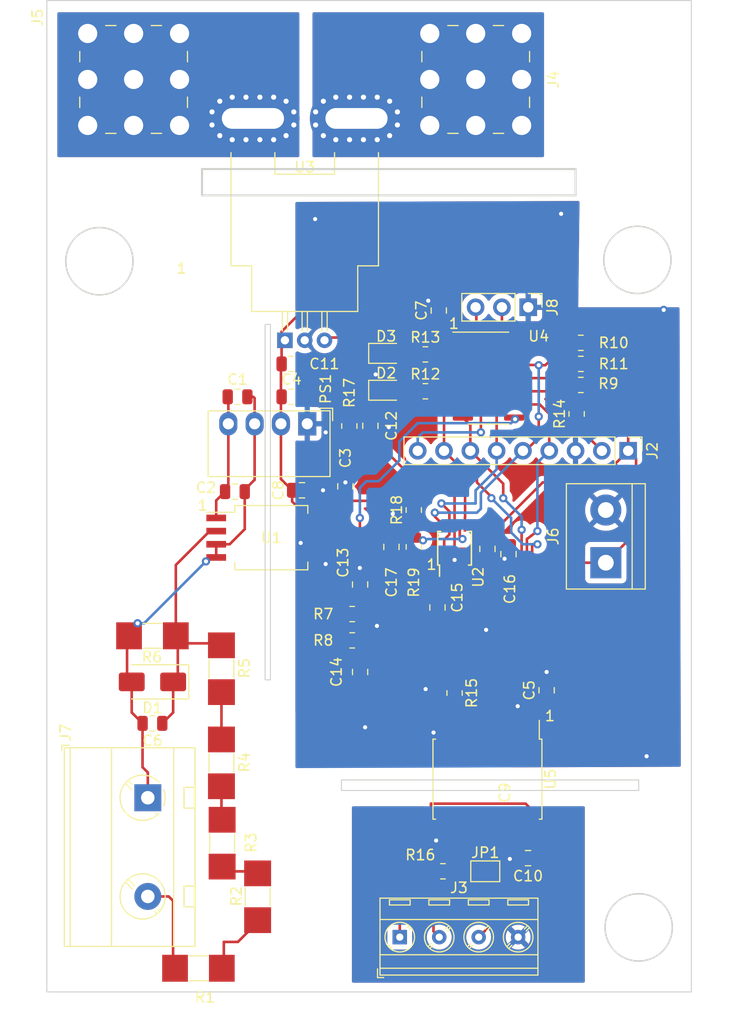
<source format=kicad_pcb>
(kicad_pcb (version 20221018) (generator pcbnew)
  (layers (0 "F.Cu" signal) (31 "B.Cu" signal) (34 "B.Paste" user) (35 "F.Paste" user) (36 "B.SilkS" user "B.Silkscreen") (37 "F.SilkS" user "F.Silkscreen") (38 "B.Mask" user) (39 "F.Mask" user) (44 "Edge.Cuts" user))
  (net 0 "")
  (net 1 "Net-(D1-A1)")
  (net 2 "GND1")
  (net 3 "GND")
  (net 4 "+5V")
  (net 5 "+5VP")
  (net 6 "Net-(R1-Pad2)")
  (net 7 "Net-(R2-Pad2)")
  (net 8 "Net-(R3-Pad2)")
  (net 9 "Net-(R4-Pad2)")
  (net 10 "Net-(U1-OUT+)")
  (net 11 "Net-(U1-OUT-)")
  (net 12 "GND2")
  (net 13 "VDD2")
  (net 14 "Net-(D2-A)")
  (net 15 "Net-(D3-A)")
  (net 16 "Net-(J2-Pin_2)")
  (net 17 "SCL")
  (net 18 "SDA")
  (net 19 "TXD")
  (net 20 "RXD")
  (net 21 "PA5")
  (net 22 "Net-(J4-Pin_1)")
  (net 23 "Net-(J5-Pin_1)")
  (net 24 "Net-(JP1-A)")
  (net 25 "B")
  (net 26 "RESET")
  (net 27 "PA7")
  (net 28 "PA6")
  (net 29 "Net-(U5-PV)")
  (net 30 "A")
  (net 31 "PA3")
  (net 32 "PA4")
  (net 33 "ALERT")
  (net 34 "XDIR")
  (net 38 "Net-(J7-Pin_2)")
  (net 39 "Net-(U3-VIOUT)")
  (net 40 "Net-(U2-AIN2)")
  (net 41 "Net-(U2-AIN0)")
  (net 42 "Net-(U2-AIN1)")
  (net 43 "Net-(U2-AIN3)")
  (footprint "PP:PP | R_MELF_MMB-0207 | 0805 Compatible" (layer "F.Cu") (at 39.977 71.0595 90)
    (fp_text reference "R5")
    (fp_text value "402k")
  )
  (footprint "Package_SO:SOIC-16W_7.5x10.3mm_P1.27mm" (layer "F.Cu") (at 65.659 81.71 -90)
    (fp_text reference "U5")
    (fp_text value "ADM2483xRW")
  )
  (footprint "Resistor_SMD:R_0805_2012Metric" (layer "F.Cu") (at 58.547 59.309 90)
    (fp_text reference "R19")
    (fp_text value "10k")
  )
  (footprint "TerminalBlock_MetzConnect:TerminalBlock_MetzConnect_Type086_RT03404HBLC_1x04_P3.81mm_Horizontal" (layer "F.Cu") (at 57.194 96.95)
    (fp_text reference "J3")
    (fp_text value "Screw_Terminal_01x04")
  )
  (footprint "Connector_PinHeader_2.54mm:PinHeader_1x03_P2.54mm_Vertical" (layer "F.Cu") (at 69.596 36.195 -90)
    (fp_text reference "J8")
    (fp_text value "PA3/PA4")
  )
  (footprint "Capacitor_SMD:C_0805_2012Metric" (layer "F.Cu") (at 67.691 60.005 90)
    (fp_text reference "C16")
    (fp_text value "10u")
  )
  (footprint "Capacitor_SMD:C_0805_2012Metric" (layer "F.Cu") (at 51.943 53.467 90)
    (fp_text reference "C3")
    (fp_text value "100n")
  )
  (footprint "TerminalBlock_Wuerth:Wuerth_REDCUBE-THR_WP-THRBU_74650194_THR" (layer "F.Cu") (at 31.496 14.218 -90)
    (fp_text reference "J5")
    (fp_text value "9x9 PIN connector")
  )
  (footprint "Capacitor_SMD:C_0805_2012Metric" (layer "F.Cu") (at 69.579 89.33)
    (fp_text reference "C10")
    (fp_text value "100nF")
  )
  (footprint "Capacitor_SMD:C_0805_2012Metric" (layer "F.Cu") (at 47.752 53.848)
    (fp_text reference "C8")
    (fp_text value "100nF")
  )
  (footprint "Capacitor_SMD:C_0805_2012Metric" (layer "F.Cu") (at 33.312 76.3295 180)
    (fp_text reference "C6")
    (fp_text value "1n")
  )
  (footprint "PP:PP | R_MELF_MMB-0207 | 0805 Compatible" (layer "F.Cu") (at 40.0405 87.8865 90)
    (fp_text reference "R3")
    (fp_text value "402k")
  )
  (footprint "Capacitor_SMD:C_0805_2012Metric" (layer "F.Cu") (at 65.659 59.502 -90)
    (fp_text reference "C9")
    (fp_text value "100nF")
  )
  (footprint "Capacitor_SMD:C_0805_2012Metric" (layer "F.Cu") (at 71.374 73.14 90)
    (fp_text reference "C5")
    (fp_text value "100n")
  )
  (footprint "Capacitor_SMD:C_0805_2012Metric" (layer "F.Cu") (at 53.3635 62.931 -90)
    (fp_text reference "C13")
    (fp_text value "100n")
  )
  (footprint "Capacitor_SMD:C_0805_2012Metric" (layer "F.Cu") (at 46.736 41.656)
    (fp_text reference "C11")
    (fp_text value "100n")
  )
  (footprint "Resistor_SMD:R_0805_2012Metric" (layer "F.Cu") (at 52.6015 68.326)
    (fp_text reference "R8")
    (fp_text value "10k")
  )
  (footprint "Diode_SMD:D_SMA" (layer "F.Cu") (at 33.312 72.3295 180)
    (fp_text reference "D1")
    (fp_text value "SMAJ5.0A")
  )
  (footprint "Capacitor_SMD:C_0805_2012Metric" (layer "F.Cu") (at 41.529 44.831)
    (fp_text reference "C1")
    (fp_text value "10u")
  )
  (footprint "Resistor_SMD:R_0805_2012Metric" (layer "F.Cu") (at 52.324 47.6485 90)
    (fp_text reference "R17")
    (fp_text value "10k")
  )
  (footprint "PP:PP | R_MELF_MMB-0207 | 0805 Compatible" (layer "F.Cu") (at 39.977 80.1395 90)
    (fp_text reference "R4")
    (fp_text value "402k")
  )
  (footprint "Capacitor_SMD:C_0805_2012Metric" (layer "F.Cu") (at 46.736 44.831)
    (fp_text reference "C4")
    (fp_text value "10u")
  )
  (footprint "Connector_PinHeader_2.54mm:PinHeader_1x09_P2.54mm_Vertical" (layer "F.Cu") (at 79.248 50.038 -90)
    (fp_text reference "J2")
    (fp_text value "Debug/UPDI")
  )
  (footprint "Capacitor_SMD:C_0805_2012Metric" (layer "F.Cu") (at 53.3635 71.374 -90)
    (fp_text reference "C14")
    (fp_text value "100n")
  )
  (footprint "Resistor_SMD:R_0805_2012Metric" (layer "F.Cu") (at 74.2715 46.482 90)
    (fp_text reference "R14")
    (fp_text value "470R")
  )
  (footprint "PP:PP | R_MELF_MMB-0207 | 0805 Compatible" (layer "F.Cu") (at 37.7545 99.9515)
    (fp_text reference "R1")
    (fp_text value "402k")
  )
  (footprint "Resistor_SMD:R_0805_2012Metric" (layer "F.Cu") (at 74.676 43.688)
    (fp_text reference "R9")
    (fp_text value "100K")
  )
  (footprint "Resistor_SMD:R_0805_2012Metric" (layer "F.Cu") (at 59.6665 44.296252)
    (fp_text reference "R12")
    (fp_text value "330R")
  )
  (footprint "Resistor_SMD:R_0805_2012Metric" (layer "F.Cu") (at 59.6665 40.740252)
    (fp_text reference "R13")
    (fp_text value "330R")
  )
  (footprint "TerminalBlock_MetzConnect:TerminalBlock_MetzConnect_Type703_RT10N02HGLU_1x02_P9.52mm_Horizontal" (layer "F.Cu") (at 32.865 83.505 -90)
    (fp_text reference "J7")
    (fp_text value "Screw_Terminal_01x02")
  )
  (footprint "Package_SO:SSO-8_6.8x5.9mm_P1.27mm_Clearance8mm" (layer "F.Cu") (at 44.8175 58.42)
    (fp_text reference "U1")
    (fp_text value "ACPL-C870")
  )
  (footprint "Package_SO:TSSOP-10_3x3mm_P0.5mm" (layer "F.Cu") (at 62.484 59.436 90)
    (fp_text reference "U2")
    (fp_text value "ADS1115IDGS")
  )
  (footprint "PP:PP | R_MELF_MMB-0207 | 0805 Compatible" (layer "F.Cu") (at 43.4695 93.0565 90)
    (fp_text reference "R2")
    (fp_text value "402k")
  )
  (footprint "Sensor_Current:Allegro_CB_PFF" (layer "F.Cu") (at 46.106 39.378)
    (fp_text reference "U3")
    (fp_text value "ACS758xCB-200B-PFF")
  )
  (footprint "Resistor_SMD:R_0805_2012Metric" (layer "F.Cu") (at 74.676 39.624 180)
    (fp_text reference "R10")
    (fp_text value "4k7")
  )
  (footprint "LED_SMD:LED_0805_2012Metric" (layer "F.Cu") (at 55.88 44.196)
    (fp_text reference "D2")
    (fp_text value "GREEN")
  )
  (footprint "Resistor_SMD:R_0805_2012Metric" (layer "F.Cu") (at 52.6015 65.786)
    (fp_text reference "R7")
    (fp_text value "10k")
  )
  (footprint "Jumper:SolderJumper-2_P1.3mm_Bridged_Pad1.0x1.5mm" (layer "F.Cu") (at 65.449 90.6)
    (fp_text reference "JP1")
    (fp_text value "SolderJumper_2_Bridged")
  )
  (footprint "PP:PP | R_MELF_MMB-0207 | 0805 Compatible" (layer "F.Cu") (at 33.312 67.8845 180)
    (fp_text reference "R6")
    (fp_text value "4k7")
  )
  (footprint "Capacitor_SMD:C_0805_2012Metric" (layer "F.Cu") (at 60.96 36.51 90)
    (fp_text reference "C7")
    (fp_text value "10u")
  )
  (footprint "Resistor_SMD:R_0805_2012Metric" (layer "F.Cu") (at 62.484 73.406 -90)
    (fp_text reference "R15")
    (fp_text value "10K")
  )
  (footprint "Capacitor_SMD:C_0805_2012Metric" (layer "F.Cu") (at 60.833 65.151 90)
    (fp_text reference "C15")
    (fp_text value "100n")
  )
  (footprint "Resistor_SMD:R_0805_2012Metric" (layer "F.Cu") (at 58.547 55.753 90)
    (fp_text reference "R18")
    (fp_text value "10k")
  )
  (footprint "TerminalBlock:TerminalBlock_bornier-2_P5.08mm" (layer "F.Cu") (at 77.089 60.833 90)
    (fp_text reference "J6")
    (fp_text value "Screw_Terminal_01x02")
  )
  (footprint "Capacitor_SMD:C_0805_2012Metric" (layer "F.Cu") (at 41.275 53.975)
    (fp_text reference "C2")
    (fp_text value "100n")
  )
  (footprint "Package_SO:SOIC-14_3.9x8.7mm_P1.27mm" (layer "F.Cu") (at 65.7625 43.026252)
    (fp_text reference "U4")
    (fp_text value "ATtiny1614-SS")
  )
  (footprint "Resistor_SMD:R_0805_2012Metric" (layer "F.Cu") (at 74.676 41.656 180)
    (fp_text reference "R11")
    (fp_text value "4k7")
  )
  (footprint "Resistor_SMD:R_0805_2012Metric" (layer "F.Cu") (at 61.3615 90.6 180)
    (fp_text reference "R16")
    (fp_text value "120R")
  )
  (footprint "LED_SMD:LED_0805_2012Metric" (layer "F.Cu") (at 55.88 40.64)
    (fp_text reference "D3")
    (fp_text value "RED")
  )
  (footprint "TerminalBlock_Wuerth:Wuerth_REDCUBE-THR_WP-THRBU_74650194_THR" (layer "F.Cu") (at 64.526 14.218 -90)
    (fp_text reference "J4")
    (fp_text value "9x9 PIN connector")
  )
  (footprint "Converter_DCDC:Converter_DCDC_Murata_MEE1SxxxxSC_THT" (layer "F.Cu") (at 48.26 47.4335 -90)
    (fp_text reference "PS1")
    (fp_text value "MEE1S0505SC")
  )
  (footprint "Capacitor_SMD:C_0805_2012Metric" (layer "F.Cu") (at 54.356 47.6285 90)
    (fp_text reference "C12")
    (fp_text value "100n 100V")
  )
  (footprint "Capacitor_SMD:C_0805_2012Metric" (layer "F.Cu") (at 56.388 59.309 -90)
    (fp_text reference "C17")
    (fp_text value "100n 100V")
  )
  (gr_rect (start 51.562 81.788) (end 80.264 82.804) (stroke (width 0.1)) (fill none) (layer "Edge.Cuts"))
  (gr_circle (center 80.137 31.623) (end 83.382341 31.623) (stroke (width 0.15)) (fill none) (layer "Edge.Cuts"))
  (gr_rect (start 38.1 22.86) (end 74.168 25.4) (stroke (width 0.2)) (fill none) (layer "Edge.Cuts"))
  (gr_rect (start 44.196 37.846) (end 44.704 72.136) (stroke (width 0.1)) (fill none) (layer "Edge.Cuts"))
  (gr_circle (center 80.264 96.012) (end 83.509341 96.012) (stroke (width 0.15)) (fill none) (layer "Edge.Cuts"))
  (gr_rect (start 23.114 6.604) (end 85.344 102.235) (stroke (width 0.1)) (fill none) (layer "Edge.Cuts"))
  (gr_circle (center 28.194 31.75) (end 31.439341 31.75) (stroke (width 0.15)) (fill none) (layer "Edge.Cuts"))
  (gr_text "1" (at 37.592 55.88) (layer "F.SilkS") (effects (font (size 1 1)) (justify left bottom)))
  (gr_text "1" (at 35.56 33.02) (layer "F.SilkS") (effects (font (size 1 1)) (justify left bottom)))
  (gr_text "1" (at 61.849 38.354) (layer "F.SilkS") (effects (font (size 1 1)) (justify left bottom)))
  (gr_text "1" (at 71.12 76.2) (layer "F.SilkS") (effects (font (size 1 1)) (justify left bottom)))
  (gr_text "1" (at 59.69 61.595) (layer "F.SilkS") (effects (font (size 1 1)) (justify left bottom)))
  (segment (start 38.8375 57.785) (end 35.57 61.0525) (width 0.25) (layer "F.Cu") (net 1))
  (segment (start 35.57 61.0525) (end 35.57 67.8845) (width 0.25) (layer "F.Cu") (net 1))
  (segment (start 35.312 72.3295) (end 35.312 75.2795) (width 0.25) (layer "F.Cu") (net 1))
  (segment (start 36.487 68.6095) (end 35.762 67.8845) (width 0.25) (layer "F.Cu") (net 1))
  (segment (start 35.762 67.8845) (end 35.762 71.8795) (width 0.25) (layer "F.Cu") (net 1))
  (segment (start 39.47 57.785) (end 38.8375 57.785) (width 0.25) (layer "F.Cu") (net 1))
  (segment (start 35.312 75.2795) (end 34.262 76.3295) (width 0.25) (layer "F.Cu") (net 1))
  (segment (start 35.762 71.8795) (end 35.312 72.3295) (width 0.25) (layer "F.Cu") (net 1))
  (segment (start 39.977 68.6095) (end 36.487 68.6095) (width 0.25) (layer "F.Cu") (net 1))
  (segment (start 39.47 59.055) (end 39.47 60.325) (width 0.25) (layer "F.Cu") (net 2))
  (segment (start 42.479 44.831) (end 43.053 44.831) (width 0.25) (layer "F.Cu") (net 2))
  (segment (start 43.053 44.831) (end 43.18 44.958) (width 0.25) (layer "F.Cu") (net 2))
  (segment (start 30.862 71.8795) (end 31.312 72.3295) (width 0.25) (layer "F.Cu") (net 2))
  (segment (start 31.312 75.2795) (end 32.362 76.3295) (width 0.25) (layer "F.Cu") (net 2))
  (segment (start 42.164 53.848) (end 43.18 52.832) (width 0.25) (layer "F.Cu") (net 2))
  (segment (start 31.312 72.3295) (end 31.312 75.2795) (width 0.25) (layer "F.Cu") (net 2))
  (segment (start 30.862 67.8845) (end 30.862 71.8795) (width 0.25) (layer "F.Cu") (net 2))
  (segment (start 39.47 59.055) (end 40.767 59.055) (width 0.25) (layer "F.Cu") (net 2))
  (segment (start 43.18 47.4335) (end 43.18 44.958) (width 0.25) (layer "F.Cu") (net 2))
  (segment (start 32.357 76.3345) (end 32.362 76.3295) (width 0.25) (layer "F.Cu") (net 2))
  (segment (start 40.767 59.055) (end 42.225 57.597) (width 0.25) (layer "F.Cu") (net 2))
  (segment (start 32.357 80.5575) (end 32.357 76.3345) (width 0.25) (layer "F.Cu") (net 2))
  (segment (start 42.225 57.597) (end 42.225 53.975) (width 0.25) (layer "F.Cu") (net 2))
  (segment (start 43.18 52.832) (end 43.18 47.4335) (width 0.25) (layer "F.Cu") (net 2))
  (segment (start 32.865 81.0655) (end 32.357 80.5575) (width 0.25) (layer "F.Cu") (net 2))
  (segment (start 42.164 53.914) (end 42.225 53.975) (width 0.25) (layer "F.Cu") (net 2))
  (segment (start 32.865 81.0655) (end 32.865 83.505) (width 0.25) (layer "F.Cu") (net 2))
  (via (at 31.877 66.675) (size 0.8) (drill 0.4) (layers "F.Cu" "B.Cu") (net 2))
  (via (at 38.481 60.706) (size 0.8) (drill 0.4) (layers "F.Cu" "B.Cu") (net 2))
  (segment (start 32.512 66.675) (end 38.481 60.706) (width 0.25) (layer "B.Cu") (net 2))
  (segment (start 31.877 66.675) (end 32.512 66.675) (width 0.25) (layer "B.Cu") (net 2))
  (segment (start 60.452 77.216) (end 61.058 77.216) (width 0.25) (layer "F.Cu") (net 3))
  (segment (start 70.163 72.19) (end 71.374 72.19) (width 0.25) (layer "F.Cu") (net 3))
  (segment (start 68.58 76.806) (end 68.834 77.06) (width 0.25) (layer "F.Cu") (net 3))
  (segment (start 62.485139 60.567352) (end 62.600491 60.452) (width 0.25) (layer "F.Cu") (net 3))
  (segment (start 54.9425 42.7505) (end 54.864 42.672) (width 0.25) (layer "F.Cu") (net 3))
  (segment (start 68.58 74.676) (end 68.58 76.806) (width 0.25) (layer "F.Cu") (net 3))
  (segment (start 61.058 77.216) (end 61.214 77.06) (width 0.25) (layer "F.Cu") (net 3))
  (segment (start 50.292 60.452) (end 50.165 60.325) (width 0.25) (layer "F.Cu") (net 3))
  (segment (start 70.163 72.19) (end 68.58 73.773) (width 0.25) (layer "F.Cu") (net 3))
  (segment (start 48.702 53.848) (end 49.784 53.848) (width 0.25) (layer "F.Cu") (net 3))
  (segment (start 54.864 40.7185) (end 54.9425 40.64) (width 0.25) (layer "F.Cu") (net 3))
  (segment (start 68.58 73.773) (end 68.58 74.676) (width 0.25) (layer "F.Cu") (net 3))
  (segment (start 62.484 61.586) (end 62.484 60.568491) (width 0.25) (layer "F.Cu") (net 3))
  (segment (start 54.864 42.672) (end 54.864 40.7185) (width 0.25) (layer "F.Cu") (net 3))
  (segment (start 54.9425 44.196) (end 54.9425 42.7505) (width 0.25) (layer "F.Cu") (net 3))
  (segment (start 62.484 60.568491) (end 62.485139 60.567352) (width 0.25) (layer "F.Cu") (net 3))
  (segment (start 62.600491 60.452) (end 65.532 60.452) (width 0.25) (layer "F.Cu") (net 3))
  (via (at 81.026 79.502) (size 0.8) (drill 0.4) (layers "F.Cu" "B.Cu") (net 3))
  (via (at 82.677 36.449) (size 0.8) (drill 0.4) (layers "F.Cu" "B.Cu") (net 3))
  (via (at 56.515 56.134) (size 0.8) (drill 0.4) (layers "F.Cu" "B.Cu") (net 3))
  (via (at 59.944 35.56) (size 0.8) (drill 0.4) (layers "F.Cu" "B.Cu") (net 3))
  (via (at 49.022 27.686) (size 0.8) (drill 0.4) (layers "F.Cu" "B.Cu") (net 3))
  (via (at 56.134 47.752) (size 0.8) (drill 0.4) (layers "F.Cu" "B.Cu") (net 3))
  (via (at 53.34 61.341) (size 0.8) (drill 0.4) (layers "F.Cu" "B.Cu") (net 3))
  (via (at 71.374 71.374) (size 0.8) (drill 0.4) (layers "F.Cu" "B.Cu") (net 3))
  (via (at 54.864 42.672) (size 0.8) (drill 0.4) (layers "F.Cu" "B.Cu") (net 3))
  (via (at 72.771 27.178) (size 0.8) (drill 0.4) (layers "F.Cu" "B.Cu") (net 3))
  (via (at 65.532 67.31) (size 0.8) (drill 0.4) (layers "F.Cu" "B.Cu") (net 3))
  (via (at 49.784 53.848) (size 0.8) (drill 0.4) (layers "F.Cu" "B.Cu") (net 3))
  (via (at 59.69 73.025) (size 0.8) (drill 0.4) (layers "F.Cu" "B.Cu") (net 3))
  (via (at 47.625 58.928) (size 0.8) (drill 0.4) (layers "F.Cu" "B.Cu") (net 3))
  (via (at 67.31 60.452) (size 0.8) (drill 0.4) (layers "F.Cu" "B.Cu") (net 3))
  (via (at 68.58 74.676) (size 0.8) (drill 0.4) (layers "F.Cu" "B.Cu") (net 3))
  (via (at 53.848 76.708) (size 0.8) (drill 0.4) (layers "F.Cu" "B.Cu") (net 3))
  (via (at 51.943 53.086) (size 0.8) (drill 0.4) (layers "F.Cu" "B.Cu") (net 3))
  (via (at 50.038 60.96) (size 0.8) (drill 0.4) (layers "F.Cu" "B.Cu") (net 3))
  (via (at 62.485139 60.567352) (size 0.8) (drill 0.4) (layers "F.Cu" "B.Cu") (net 3))
  (via (at 60.452 77.216) (size 0.8) (drill 0.4) (layers "F.Cu" "B.Cu") (net 3))
  (via (at 50.038 48.26) (size 0.8) (drill 0.4) (layers "F.Cu" "B.Cu") (net 3))
  (via (at 54.991 66.929) (size 0.8) (drill 0.4) (layers "F.Cu" "B.Cu") (net 3))
  (segment (start 70.104 77.06) (end 70.104 77.486751) (width 0.25) (layer "F.Cu") (net 4))
  (segment (start 70.163 77.001) (end 70.104 77.06) (width 0.25) (layer "F.Cu") (net 4))
  (segment (start 45.786 40.132) (end 45.786 38.542) (width 0.25) (layer "F.Cu") (net 4))
  (segment (start 75.5885 39.624) (end 75.5885 41.656) (width 0.25) (layer "F.Cu") (net 4))
  (segment (start 58.547 54.8405) (end 58.547 53.721) (width 0.25) (layer "F.Cu") (net 4))
  (segment (start 59.563 78.867) (end 59.182 78.486) (width 0.25) (layer "F.Cu") (net 4))
  (segment (start 55.88 54.864) (end 51.816 54.864) (width 0.25) (layer "F.Cu") (net 4))
  (segment (start 63.2875 39.216252) (end 61.155248 37.084) (width 0.25) (layer "F.Cu") (net 4))
  (segment (start 48.387 56.515) (end 50.165 56.515) (width 0.25) (layer "F.Cu") (net 4))
  (segment (start 58.457 79.973) (end 59.563 78.867) (width 0.25) (layer "F.Cu") (net 4))
  (segment (start 70.163 74.09) (end 70.163 74.168) (width 0.25) (layer "F.Cu") (net 4))
  (segment (start 62.484 59.309) (end 62.484 57.286) (width 0.25) (layer "F.Cu") (net 4))
  (segment (start 49.5325 56.515) (end 48.768 57.2795) (width 0.25) (layer "F.Cu") (net 4))
  (segment (start 51.816 54.864) (end 50.165 56.515) (width 0.25) (layer "F.Cu") (net 4))
  (segment (start 45.786 40.132) (end 45.786 39.698) (width 0.25) (layer "F.Cu") (net 4))
  (segment (start 48.223 79.973) (end 58.457 79.973) (width 0.25) (layer "F.Cu") (net 4))
  (segment (start 64.59 59.494) (end 62.669 59.494) (width 0.25) (layer "F.Cu") (net 4))
  (segment (start 76.2 53.086) (end 79.248 50.038) (width 0.25) (layer "F.Cu") (net 4))
  (segment (start 45.72 52.766) (end 46.802 53.848) (width 0.25) (layer "F.Cu") (net 4))
  (segment (start 66.162 59.055) (end 65.659 58.552) (width 0.25) (layer "F.Cu") (net 4))
  (segment (start 62.484 57.286) (end 62.484 53.721) (width 0.25) (layer "F.Cu") (net 4))
  (segment (start 72.126173 74.09) (end 72.771 74.09) (width 0.25) (layer "F.Cu") (net 4))
  (segment (start 70.104 77.486751) (end 67.834751 79.756) (width 0.25) (layer "F.Cu") (net 4))
  (segment (start 46.802 53.848) (end 46.802 54.93) (width 0.25) (layer "F.Cu") (net 4))
  (segment (start 58.547 53.721) (end 57.023 53.721) (width 0.25) (layer "F.Cu") (net 4))
  (segment (start 59.182 78.486) (end 59.182 74.676) (width 0.25) (layer "F.Cu") (net 4))
  (segment (start 60.96 72.898) (end 62.0795 72.898) (width 0.25) (layer "F.Cu") (net 4))
  (segment (start 77.089 60.833) (end 80.01 57.912) (width 0.25) (layer "F.Cu") (net 4))
  (segment (start 45.786 39.698) (end 46.106 39.378) (width 0.25) (layer "F.Cu") (net 4))
  (segment (start 70.163 74.168) (end 70.163 77.001) (width 0.25) (layer "F.Cu") (net 4))
  (segment (start 61.155248 37.084) (end 47.244 37.084) (width 0.25) (layer "F.Cu") (net 4))
  (segment (start 50.165 56.515) (end 49.5325 56.515) (width 0.25) (layer "F.Cu") (net 4))
  (segment (start 79.248 47.8555) (end 79.248 50.038) (width 0.25) (layer "F.Cu") (net 4))
  (segment (start 80.01 57.912) (end 80.01 50.8) (width 0.25) (layer "F.Cu") (net 4))
  (segment (start 75.5885 44.196) (end 79.248 47.8555) (width 0.25) (layer "F.Cu") (net 4))
  (segment (start 47.625 75.946) (end 47.625 79.375) (width 0.25) (layer "F.Cu") (net 4))
  (segment (start 59.182 74.676) (end 60.96 72.898) (width 0.25) (layer "F.Cu") (net 4))
  (segment (start 60.452 79.756) (end 59.563 78.867) (width 0.25) (layer "F.Cu") (net 4))
  (segment (start 73.025 60.833) (end 77.089 60.833) (width 0.25) (layer "F.Cu") (net 4))
  (segment (start 46.802 54.93) (end 48.387 56.515) (width 0.25) (layer "F.Cu") (net 4))
  (segment (start 45.72 41.722) (end 45.72 52.766) (width 0.25) (layer "F.Cu") (net 4))
  (segment (start 70.241 74.09) (end 70.163 74.168) (width 0.25) (layer "F.Cu") (net 4))
  (segment (start 62.0795 72.898) (end 62.484 72.4935) (width 0.25) (layer "F.Cu") (net 4))
  (segment (start 70.998 53.086) (end 65.532 58.552) (width 0.25) (layer "F.Cu") (net 4))
  (segment (start 45.786 41.656) (end 45.786 40.132) (width 0.25) (layer "F.Cu") (net 4))
  (segment (start 75.5885 41.656) (end 75.5885 43.688) (width 0.25) (layer "F.Cu") (net 4))
  (segment (start 48.768 74.803) (end 47.625 75.946) (width 0.25) (layer "F.Cu") (net 4))
  (segment (start 62.484 53.721) (end 58.547 53.721) (width 0.25) (layer "F.Cu") (net 4))
  (segment (start 70.739 69.088) (end 70.739 63.119) (width 0.25) (layer "F.Cu") (net 4))
  (segment (start 71.374 74.09) (end 70.241 74.09) (width 0.25) (layer "F.Cu") (net 4))
  (segment (start 62.669 59.494) (end 62.484 59.309) (width 0.25) (layer "F.Cu") (net 4))
  (segment (start 47.625 79.375) (end 48.223 79.973) (width 0.25) (layer "F.Cu") (net 4))
  (segment (start 45.786 38.542) (end 47.244 37.084) (width 0.25) (layer "F.Cu") (net 4))
  (segment (start 76.2 53.086) (end 70.998 53.086) (width 0.25) (layer "F.Cu") (net 4))
  (segment (start 65.532 58.552) (end 64.59 59.494) (width 0.25) (layer "F.Cu") (net 4))
  (segment (start 57.023 53.721) (end 55.88 54.864) (width 0.25) (layer "F.Cu") (net 4))
  (segment (start 80.01 50.8) (end 79.248 50.038) (width 0.25) (layer "F.Cu") (net 4))
  (segment (start 72.771 71.12) (end 70.739 69.088) (width 0.25) (layer "F.Cu") (net 4))
  (segment (start 67.691 59.055) (end 66.162 59.055) (width 0.25) (layer "F.Cu") (net 4))
  (segment (start 70.739 63.119) (end 73.025 60.833) (width 0.25) (layer "F.Cu") (net 4))
  (segment (start 67.834751 79.756) (end 60.452 79.756) (width 0.25) (layer "F.Cu") (net 4))
  (segment (start 45.786 41.656) (end 45.72 41.722) (width 0.25) (layer "F.Cu") (net 4))
  (segment (start 72.771 74.09) (end 72.771 71.12) (width 0.25) (layer "F.Cu") (net 4))
  (segment (start 48.768 57.2795) (end 48.768 74.803) (width 0.25) (layer "F.Cu") (net 4))
  (segment (start 40.64 53.66) (end 40.64 47.4335) (width 0.25) (layer "F.Cu") (net 5))
  (segment (start 40.325 53.975) (end 40.64 53.66) (width 0.25) (layer "F.Cu") (net 5))
  (segment (start 40.64 44.892) (end 40.579 44.831) (width 0.25) (layer "F.Cu") (net 5))
  (segment (start 40.325 53.975) (end 39.47 54.83) (width 0.25) (layer "F.Cu") (net 5))
  (segment (start 39.47 54.83) (end 39.47 56.515) (width 0.25) (layer "F.Cu") (net 5))
  (segment (start 40.64 47.4335) (end 40.64 44.892) (width 0.25) (layer "F.Cu") (net 5))
  (segment (start 40.2045 97.4115) (end 41.5645 97.4115) (width 0.25) (layer "F.Cu") (net 6))
  (segment (start 41.5645 97.4115) (end 43.4695 95.5065) (width 0.25) (layer "F.Cu") (net 6))
  (segment (start 40.2045 97.4115) (end 40.2045 99.9515) (width 0.25) (layer "F.Cu") (net 6))
  (segment (start 43.4695 90.6065) (end 39.2945 90.6065) (width 0.25) (layer "F.Cu") (net 7))
  (segment (start 39.977 85.373) (end 40.0405 85.4365) (width 0.25) (layer "F.Cu") (net 8))
  (segment (start 39.977 82.5895) (end 39.977 85.373) (width 0.25) (layer "F.Cu") (net 8))
  (segment (start 39.977 77.6895) (end 39.977 73.5095) (width 0.25) (layer "F.Cu") (net 9))
  (segment (start 52.139 59.1265) (end 52.139 60.909896) (width 0.25) (layer "F.Cu") (net 10))
  (segment (start 50.165 57.785) (end 50.7975 57.785) (width 0.25) (layer "F.Cu") (net 10))
  (segment (start 52.139 60.909896) (end 51.689 61.359896) (width 0.25) (layer "F.Cu") (net 10))
  (segment (start 50.7975 57.785) (end 52.139 59.1265) (width 0.25) (layer "F.Cu") (net 10))
  (segment (start 51.689 61.359896) (end 51.689 65.786) (width 0.25) (layer "F.Cu") (net 10))
  (segment (start 50.419 68.326) (end 51.689 68.326) (width 0.25) (layer "F.Cu") (net 11))
  (segment (start 50.419 61.9935) (end 50.419 68.326) (width 0.25) (layer "F.Cu") (net 11))
  (segment (start 51.689 60.7235) (end 50.419 61.9935) (width 0.25) (layer "F.Cu") (net 11))
  (segment (start 50.8175 59.055) (end 51.689 59.9265) (width 0.25) (layer "F.Cu") (net 11))
  (segment (start 50.165 59.055) (end 50.8175 59.055) (width 0.25) (layer "F.Cu") (net 11))
  (segment (start 51.689 59.9265) (end 51.689 60.7235) (width 0.25) (layer "F.Cu") (net 11))
  (segment (start 61.214 86.36) (end 61.214 84.836) (width 0.25) (layer "F.Cu") (net 12))
  (segment (start 68.629 86.565) (end 68.834 86.36) (width 0.25) (layer "F.Cu") (net 12))
  (segment (start 68.834 84.836) (end 68.834 86.36) (width 0.25) (layer "F.Cu") (net 12))
  (segment (start 68.629 89.33) (end 68.629 86.565) (width 0.25) (layer "F.Cu") (net 12))
  (segment (start 68.58 84.836) (end 68.834 84.836) (width 0.25) (layer "F.Cu") (net 12))
  (segment (start 61.214 84.836) (end 68.58 84.836) (width 0.25) (layer "F.Cu") (net 12))
  (via (at 67.818 89.408) (size 0.8) (drill 0.4) (layers "F.Cu" "B.Cu") (net 12))
  (via (at 60.706 87.63) (size 0.8) (drill 0.4) (layers "F.Cu" "B.Cu") (net 12))
  (segment (start 60.198 84.074) (end 60.198 85.09) (width 0.25) (layer "F.Cu") (net 13))
  (segment (start 57.194 88.094) (end 57.194 96.95) (width 0.25) (layer "F.Cu") (net 13))
  (segment (start 70.529 89.33) (end 70.529 86.785) (width 0.25) (layer "F.Cu") (net 13))
  (segment (start 60.198 85.09) (end 57.194 88.094) (width 0.25) (layer "F.Cu") (net 13))
  (segment (start 70.104 86.36) (end 70.104 84.836) (width 0.25) (layer "F.Cu") (net 13))
  (segment (start 70.104 84.836) (end 69.342 84.074) (width 0.25) (layer "F.Cu") (net 13))
  (segment (start 70.529 86.785) (end 70.104 86.36) (width 0.25) (layer "F.Cu") (net 13))
  (segment (start 69.342 84.074) (end 60.198 84.074) (width 0.25) (layer "F.Cu") (net 13))
  (segment (start 58.653748 44.196) (end 58.754 44.296252) (width 0.25) (layer "F.Cu") (net 14))
  (segment (start 56.8175 44.196) (end 58.653748 44.196) (width 0.25) (layer "F.Cu") (net 14))
  (segment (start 56.8175 40.64) (end 58.653748 40.64) (width 0.25) (layer "F.Cu") (net 15))
  (segment (start 58.653748 40.64) (end 58.754 40.740252) (width 0.25) (layer "F.Cu") (net 15))
  (segment (start 74.3185 47.6485) (end 76.708 50.038) (width 0.25) (layer "F.Cu") (net 16))
  (segment (start 74.2715 47.6485) (end 74.3185 47.6485) (width 0.25) (layer "F.Cu") (net 16))
  (segment (start 71.247 41.783) (end 72.644 40.386) (width 0.25) (layer "F.Cu") (net 17))
  (segment (start 72.644 40.386) (end 73.5095 40.386) (width 0.25) (layer "F.Cu") (net 17))
  (segment (start 68.2375 41.756252) (end 70.585252 41.756252) (width 0.25) (layer "F.Cu") (net 17))
  (segment (start 70.585252 41.756252) (end 70.612 41.783) (width 0.25) (layer "F.Cu") (net 17))
  (segment (start 61.484 57.286) (end 60.579 56.381) (width 0.25) (layer "F.Cu") (net 17))
  (segment (start 70.612 48.768) (end 70.612 46.736) (width 0.25) (layer "F.Cu") (net 17))
  (segment (start 69.088 50.292) (end 70.612 48.768) (width 0.25) (layer "F.Cu") (net 17))
  (segment (start 73.5095 40.386) (end 73.7635 40.132) (width 0.25) (layer "F.Cu") (net 17))
  (segment (start 60.579 56.007) (end 60.579 56.134) (width 0.25) (layer "F.Cu") (net 17))
  (segment (start 60.579 56.381) (end 60.579 56.007) (width 0.25) (layer "F.Cu") (net 17))
  (segment (start 70.612 41.783) (end 71.247 41.783) (width 0.25) (layer "F.Cu") (net 17))
  (via (at 70.612 46.736) (size 0.8) (drill 0.4) (layers "F.Cu" "B.Cu") (net 17))
  (via (at 60.579 56.007) (size 0.8) (drill 0.4) (layers "F.Cu" "B.Cu") (net 17))
  (via (at 70.612 41.783) (size 0.8) (drill 0.4) (layers "F.Cu" "B.Cu") (net 17))
  (segment (start 60.579 56.007) (end 64.643 56.007) (width 0.25) (layer "B.Cu") (net 17))
  (segment (start 65.024 55.626) (end 65.024 54.102) (width 0.25) (layer "B.Cu") (net 17))
  (segment (start 64.643 56.007) (end 65.024 55.626) (width 0.25) (layer "B.Cu") (net 17))
  (segment (start 70.612 41.783) (end 70.612 46.736) (width 0.25) (layer "B.Cu") (net 17))
  (segment (start 65.024 54.102) (end 69.088 50.038) (width 0.25) (layer "B.Cu") (net 17))
  (segment (start 66.548 50.292) (end 66.548 44.339001) (width 0.25) (layer "F.Cu") (net 18))
  (segment (start 61.984 55.888) (end 61.214 55.118) (width 0.25) (layer "F.Cu") (net 18))
  (segment (start 73.279 42.164) (end 73.7635 42.164) (width 0.25) (layer "F.Cu") (net 18))
  (segment (start 61.984 57.286) (end 61.984 55.888) (width 0.25) (layer "F.Cu") (net 18))
  (segment (start 68.2375 43.026252) (end 72.416748 43.026252) (width 0.25) (layer "F.Cu") (net 18))
  (segment (start 61.984 58.111) (end 61.984 57.286) (width 0.25) (layer "F.Cu") (net 18))
  (segment (start 61.984 58.111) (end 61.484 58.611) (width 0.25) (layer "F.Cu") (net 18))
  (segment (start 66.548 44.339001) (end 67.860749 43.026252) (width 0.25) (layer "F.Cu") (net 18))
  (segment (start 61.484 58.611) (end 61.484 61.586) (width 0.25) (layer "F.Cu") (net 18))
  (segment (start 72.416748 43.026252) (end 73.279 42.164) (width 0.25) (layer "F.Cu") (net 18))
  (segment (start 67.860749 43.026252) (end 68.2375 43.026252) (width 0.25) (layer "F.Cu") (net 18))
  (via (at 61.214 55.118) (size 0.8) (drill 0.4) (layers "F.Cu" "B.Cu") (net 18))
  (segment (start 64.516 55.118) (end 61.214 55.118) (width 0.25) (layer "B.Cu") (net 18))
  (segment (start 64.516 53.857305) (end 64.516 55.118) (width 0.25) (layer "B.Cu") (net 18))
  (segment (start 66.548 50.038) (end 66.548 51.825305) (width 0.25) (layer "B.Cu") (net 18))
  (segment (start 66.548 51.825305) (end 64.516 53.857305) (width 0.25) (layer "B.Cu") (net 18))
  (segment (start 63.754 75.946) (end 63.754 77.06) (width 0.25) (layer "F.Cu") (net 19))
  (segment (start 64.008 50.038) (end 67.183 53.213) (width 0.25) (layer "F.Cu") (net 19))
  (segment (start 64.008 47.556752) (end 63.2875 46.836252) (width 0.25) (layer "F.Cu") (net 19))
  (segment (start 67.183 53.213) (end 67.183 54.61) (width 0.25) (layer "F.Cu") (net 19))
  (segment (start 68.961 57.658) (end 68.961 70.739) (width 0.25) (layer "F.Cu") (net 19))
  (segment (start 64.008 50.292) (end 64.008 47.556752) (width 0.25) (layer "F.Cu") (net 19))
  (segment (start 68.961 70.739) (end 63.754 75.946) (width 0.25) (layer "F.Cu") (net 19))
  (via (at 67.183 54.61) (size 0.8) (drill 0.4) (layers "F.Cu" "B.Cu") (net 19))
  (via (at 68.961 57.658) (size 0.8) (drill 0.4) (layers "F.Cu" "B.Cu") (net 19))
  (segment (start 67.183 54.61) (end 68.961 56.388) (width 0.25) (layer "B.Cu") (net 19))
  (segment (start 68.961 56.388) (end 68.961 57.658) (width 0.25) (layer "B.Cu") (net 19))
  (segment (start 61.468 46.736) (end 61.468 50.292) (width 0.25) (layer "F.Cu") (net 20))
  (segment (start 69.977 59.055) (end 70.485 59.055) (width 0.25) (layer "F.Cu") (net 20))
  (segment (start 67.564 73.408792) (end 69.977 70.995792) (width 0.25) (layer "F.Cu") (net 20))
  (segment (start 64.643 53.086) (end 66.04 54.483) (width 0.25) (layer "F.Cu") (net 20))
  (segment (start 67.564 77.06) (end 67.564 73.408792) (width 0.25) (layer "F.Cu") (net 20))
  (segment (start 63.2875 45.566252) (end 62.637748 45.566252) (width 0.25) (layer "F.Cu") (net 20))
  (segment (start 63.246 51.816) (end 64.643 51.816) (width 0.25) (layer "F.Cu") (net 20))
  (segment (start 64.643 51.816) (end 64.643 53.086) (width 0.25) (layer "F.Cu") (net 20))
  (segment (start 69.977 70.995792) (end 69.977 59.055) (width 0.25) (layer "F.Cu") (net 20))
  (segment (start 61.468 50.038) (end 63.246 51.816) (width 0.25) (layer "F.Cu") (net 20))
  (segment (start 62.637748 45.566252) (end 61.468 46.736) (width 0.25) (layer "F.Cu") (net 20))
  (via (at 70.485 59.055) (size 0.8) (drill 0.4) (layers "F.Cu" "B.Cu") (net 20))
  (via (at 66.04 54.61) (size 0.8) (drill 0.4) (layers "F.Cu" "B.Cu") (net 20))
  (segment (start 70.485 59.055) (end 69.088 59.055) (width 0.25) (layer "B.Cu") (net 20))
  (segment (start 69.088 59.055) (end 67.945 57.912) (width 0.25) (layer "B.Cu") (net 20))
  (segment (start 67.945 57.912) (end 67.945 56.515) (width 0.25) (layer "B.Cu") (net 20))
  (segment (start 67.945 56.515) (end 66.04 54.61) (width 0.25) (layer "B.Cu") (net 20))
  (segment (start 65.024 42.672) (end 64.108252 41.756252) (width 0.25) (layer "F.Cu") (net 21))
  (segment (start 65.024 48.26) (end 65.024 42.672) (width 0.25) (layer "F.Cu") (net 21))
  (segment (start 64.108252 41.756252) (end 63.2875 41.756252) (width 0.25) (layer "F.Cu") (net 21))
  (via (at 65.024 48.26) (size 0.8) (drill 0.4) (layers "F.Cu" "B.Cu") (net 21))
  (segment (start 59.436 48.26) (end 65.024 48.26) (width 0.25) (layer "B.Cu") (net 21))
  (segment (start 58.928 50.292) (end 58.928 48.768) (width 0.25) (layer "B.Cu") (net 21))
  (segment (start 58.928 48.768) (end 59.436 48.26) (width 0.25) (layer "B.Cu") (net 21))
  (segment (start 64.799 90.6) (end 62.274 90.6) (width 0.25) (layer "F.Cu") (net 24))
  (segment (start 64.814 96.95) (end 66.099 95.665) (width 0.25) (layer "F.Cu") (net 25))
  (segment (start 66.099 86.555) (end 66.294 86.36) (width 0.25) (layer "F.Cu") (net 25))
  (segment (start 66.099 90.6) (end 66.099 86.555) (width 0.25) (layer "F.Cu") (net 25))
  (segment (start 66.099 95.665) (end 66.099 90.6) (width 0.25) (layer "F.Cu") (net 25))
  (segment (start 73.663248 44.296252) (end 73.7635 44.196) (width 0.25) (layer "F.Cu") (net 26))
  (segment (start 73.7635 45.3155) (end 74.2715 45.8235) (width 0.25) (layer "F.Cu") (net 26))
  (segment (start 73.7635 44.196) (end 73.7635 45.3155) (width 0.25) (layer "F.Cu") (net 26))
  (segment (start 68.2375 44.296252) (end 73.663248 44.296252) (width 0.25) (layer "F.Cu") (net 26))
  (segment (start 63.2875 44.296252) (end 60.579 44.296252) (width 0.25) (layer "F.Cu") (net 27))
  (segment (start 63.2875 43.026252) (end 62.865 43.026252) (width 0.25) (layer "F.Cu") (net 28))
  (segment (start 62.865 43.026252) (end 60.579 40.740252) (width 0.25) (layer "F.Cu") (net 28))
  (segment (start 62.484 77.06) (end 62.484 74.3185) (width 0.25) (layer "F.Cu") (net 29))
  (segment (start 60.449 90.6) (end 60.449 96.395) (width 0.25) (layer "F.Cu") (net 30))
  (segment (start 60.449 96.395) (end 61.004 96.95) (width 0.25) (layer "F.Cu") (net 30))
  (segment (start 64.77 88.646) (end 65.024 88.392) (width 0.25) (layer "F.Cu") (net 30))
  (segment (start 65.024 88.392) (end 65.024 86.36) (width 0.25) (layer "F.Cu") (net 30))
  (segment (start 60.449 90.6) (end 62.403 88.646) (width 0.25) (layer "F.Cu") (net 30))
  (segment (start 62.403 88.646) (end 64.77 88.646) (width 0.25) (layer "F.Cu") (net 30))
  (segment (start 68.083752 40.64) (end 68.2375 40.486252) (width 0.25) (layer "F.Cu") (net 31))
  (segment (start 66.04 40.64) (end 68.083752 40.64) (width 0.25) (layer "F.Cu") (net 31))
  (segment (start 66.04 38.608) (end 66.04 40.64) (width 0.25) (layer "F.Cu") (net 31))
  (segment (start 67.056 36.195) (end 67.056 37.592) (width 0.25) (layer "F.Cu") (net 31))
  (segment (start 67.056 37.592) (end 66.04 38.608) (width 0.25) (layer "F.Cu") (net 31))
  (segment (start 64.5875 38.4255) (end 65.024 38.862) (width 0.25) (layer "F.Cu") (net 32))
  (segment (start 64.516 36.195) (end 64.5875 36.2665) (width 0.25) (layer "F.Cu") (net 32))
  (segment (start 64.5875 36.2665) (end 64.5875 38.4255) (width 0.25) (layer "F.Cu") (net 32))
  (segment (start 65.024 39.497) (end 64.034748 40.486252) (width 0.25) (layer "F.Cu") (net 32))
  (segment (start 64.034748 40.486252) (end 63.2875 40.486252) (width 0.25) (layer "F.Cu") (net 32))
  (segment (start 65.024 38.862) (end 65.024 39.497) (width 0.25) (layer "F.Cu") (net 32))
  (segment (start 53.34 59.69) (end 53.34 56.515) (width 0.25) (layer "F.Cu") (net 33))
  (segment (start 61.984 62.984) (end 61.849 63.119) (width 0.25) (layer "F.Cu") (net 33))
  (segment (start 56.769 63.119) (end 53.34 59.69) (width 0.25) (layer "F.Cu") (net 33))
  (segment (start 61.849 63.119) (end 56.769 63.119) (width 0.25) (layer "F.Cu") (net 33))
  (segment (start 61.984 61.586) (end 61.984 62.984) (width 0.25) (layer "F.Cu") (net 33))
  (via (at 53.34 56.515) (size 0.8) (drill 0.4) (layers "F.Cu" "B.Cu") (net 33))
  (via (at 68.326 46.99) (size 0.8) (drill 0.4) (layers "F.Cu" "B.Cu") (net 33))
  (segment (start 68.326 46.99) (end 67.945 47.371) (width 0.25) (layer "B.Cu") (net 33))
  (segment (start 55.155 52.973695) (end 57.15 50.978695) (width 0.25) (layer "B.Cu") (net 33))
  (segment (start 53.34 56.515) (end 53.34 53.594) (width 0.25) (layer "B.Cu") (net 33))
  (segment (start 53.34 53.594) (end 53.960305 52.973695) (width 0.25) (layer "B.Cu") (net 33))
  (segment (start 57.15 49.149) (end 57.15 50.927) (width 0.25) (layer "B.Cu") (net 33))
  (segment (start 57.15 50.978695) (end 57.15 50.927) (width 0.25) (layer "B.Cu") (net 33))
  (segment (start 58.928 47.371) (end 57.15 49.149) (width 0.25) (layer "B.Cu") (net 33))
  (segment (start 53.960305 52.973695) (end 55.155 52.973695) (width 0.25) (layer "B.Cu") (net 33))
  (segment (start 67.945 47.371) (end 58.928 47.371) (width 0.25) (layer "B.Cu") (net 33))
  (segment (start 69.469 70.867396) (end 69.469 70.739) (width 0.25) (layer "F.Cu") (net 34))
  (segment (start 69.469 70.739) (end 69.469 58.547) (width 0.25) (layer "F.Cu") (net 34))
  (segment (start 66.294 77.06) (end 66.294 74.042396) (width 0.25) (layer "F.Cu") (net 34))
  (segment (start 71.628 46.482) (end 71.628 50.292) (width 0.25) (layer "F.Cu") (net 34))
  (segment (start 68.2375 45.566252) (end 70.712252 45.566252) (width 0.25) (layer "F.Cu") (net 34))
  (segment (start 66.294 74.042396) (end 69.469 70.867396) (width 0.25) (layer "F.Cu") (net 34))
  (segment (start 65.024 77.06) (end 66.294 77.06) (width 0.25) (layer "F.Cu") (net 34))
  (segment (start 70.712252 45.566252) (end 71.628 46.482) (width 0.25) (layer "F.Cu") (net 34))
  (segment (start 69.469 58.547) (end 70.485 57.785) (width 0.25) (layer "F.Cu") (net 34))
  (via (at 70.485 57.785) (size 0.8) (drill 0.4) (layers "F.Cu" "B.Cu") (net 34))
  (segment (start 70.485 57.785) (end 70.485 51.181) (width 0.25) (layer "B.Cu") (net 34))
  (segment (start 70.485 51.181) (end 71.628 50.038) (width 0.25) (layer "B.Cu") (net 34))
  (segment (start 34.885 93.025) (end 35.3045 93.4445) (width 0.25) (layer "F.Cu") (net 38))
  (segment (start 35.3045 93.4445) (end 35.3045 99.9515) (width 0.25) (layer "F.Cu") (net 38))
  (segment (start 32.865 93.025) (end 34.885 93.025) (width 0.25) (layer "F.Cu") (net 38))
  (segment (start 49.926 39.378) (end 50.188 39.116) (width 0.25) (layer "F.Cu") (net 39))
  (segment (start 52.324 39.116) (end 52.324 46.736) (width 0.25) (layer "F.Cu") (net 39))
  (segment (start 50.188 39.116) (end 52.324 39.116) (width 0.25) (layer "F.Cu") (net 39))
  (segment (start 63.5 56.445) (end 63.5 52.451) (width 0.25) (layer "F.Cu") (net 40))
  (segment (start 63.5 52.451) (end 58.2285 52.451) (width 0.25) (layer "F.Cu") (net 40))
  (segment (start 52.3415 48.5785) (end 52.324 48.561) (width 0.25) (layer "F.Cu") (net 40))
  (segment (start 63.484 56.461) (end 63.5 56.445) (width 0.25) (layer "F.Cu") (net 40))
  (segment (start 54.356 48.5785) (end 52.3415 48.5785) (width 0.25) (layer "F.Cu") (net 40))
  (segment (start 58.2285 52.451) (end 54.356 48.5785) (width 0.25) (layer "F.Cu") (net 40))
  (segment (start 63.484 57.286) (end 63.484 56.461) (width 0.25) (layer "F.Cu") (net 40))
  (segment (start 61.403396 64.201) (end 60.833 64.201) (width 0.25) (layer "F.Cu") (net 41))
  (segment (start 60.833 64.201) (end 53.6835 64.201) (width 0.25) (layer "F.Cu") (net 41))
  (segment (start 62.984 62.620396) (end 61.403396 64.201) (width 0.25) (layer "F.Cu") (net 41))
  (segment (start 53.514 64.0315) (end 53.3635 63.881) (width 0.25) (layer "F.Cu") (net 41))
  (segment (start 62.984 61.586) (end 62.984 62.620396) (width 0.25) (layer "F.Cu") (net 41))
  (segment (start 53.6835 64.201) (end 53.3635 63.881) (width 0.25) (layer "F.Cu") (net 41))
  (segment (start 53.514 65.786) (end 53.514 64.0315) (width 0.25) (layer "F.Cu") (net 41))
  (segment (start 58.6975 68.2365) (end 60.833 66.101) (width 0.25) (layer "F.Cu") (net 42))
  (segment (start 63.484 61.586) (end 63.484 63.45) (width 0.25) (layer "F.Cu") (net 42))
  (segment (start 53.514 68.326) (end 53.514 70.2735) (width 0.25) (layer "F.Cu") (net 42))
  (segment (start 53.514 68.326) (end 58.6975 68.326) (width 0.25) (layer "F.Cu") (net 42))
  (segment (start 63.484 63.45) (end 60.833 66.101) (width 0.25) (layer "F.Cu") (net 42))
  (segment (start 58.6975 68.326) (end 58.6975 68.2365) (width 0.25) (layer "F.Cu") (net 42))
  (segment (start 58.547 56.778305) (end 58.603403 56.721902) (width 0.25) (layer "F.Cu") (net 43))
  (segment (start 58.5095 58.359) (end 58.547 58.3965) (width 0.25) (layer "F.Cu") (net 43))
  (segment (start 58.547 58.3965) (end 58.547 56.778305) (width 0.25) (layer "F.Cu") (net 43))
  (segment (start 62.984 57.286) (end 62.984 58.285) (width 0.25) (layer "F.Cu") (net 43))
  (segment (start 62.984 58.285) (end 63.246 58.547) (width 0.25) (layer "F.Cu") (net 43))
  (segment (start 56.388 58.359) (end 58.5095 58.359) (width 0.25) (layer "F.Cu") (net 43))
  (via (at 59.436 58.674) (size 0.8) (drill 0.4) (layers "F.Cu" "B.Cu") (net 43))
  (via (at 63.246 58.547) (size 0.8) (drill 0.4) (layers "F.Cu" "B.Cu") (net 43))
  (segment (start 59.944 58.547) (end 59.436 58.674) (width 0.25) (layer "B.Cu") (net 43))
  (segment (start 63.246 58.547) (end 59.944 58.547) (width 0.25) (layer "B.Cu") (net 43))
  (zone (net 12) (net_name "GND2") (layers "F&B.Cu") (priority 3) (connect_pads (clearance 0.5)) (min_thickness 0.25) (fill yes (thermal_gap 0.5) (thermal_bridge_width 0.5))
    (polygon (pts (xy 52.578 84.328) (xy 75.057 84.328) (xy 75.057 101.346) (xy 52.578 101.346)))
  )
  (zone (net 3) (net_name "GND") (layers "F&B.Cu") (connect_pads (clearance 0.5)) (min_thickness 0.25) (fill yes (thermal_gap 0.5) (thermal_bridge_width 0.5))
    (polygon (pts (xy 74.422 36.195) (xy 84.201 36.195) (xy 84.328 80.518) (xy 47.117 80.645) (xy 47.117 26.035) (xy 74.549 25.941375)))
  )
  (zone (net 22) (net_name "Net-(J4-Pin_1)") (layers "F&B.Cu") (priority 2) (connect_pads yes (clearance 0.5)) (min_thickness 0.25) (fill yes (thermal_gap 0.5) (thermal_bridge_width 0.5))
    (polygon (pts (xy 71.12 7.741) (xy 71.12 21.711) (xy 48.768 21.711) (xy 48.768 7.741)))
  )
  (zone (net 23) (net_name "Net-(J5-Pin_1)") (layers "F&B.Cu") (priority 1) (connect_pads yes (clearance 0.5)) (min_thickness 0.25) (fill yes (thermal_gap 0.5) (thermal_bridge_width 0.5))
    (polygon (pts (xy 24.13 21.711) (xy 47.498 21.711) (xy 47.498 7.741) (xy 24.13 7.741)))
  )
)
</source>
